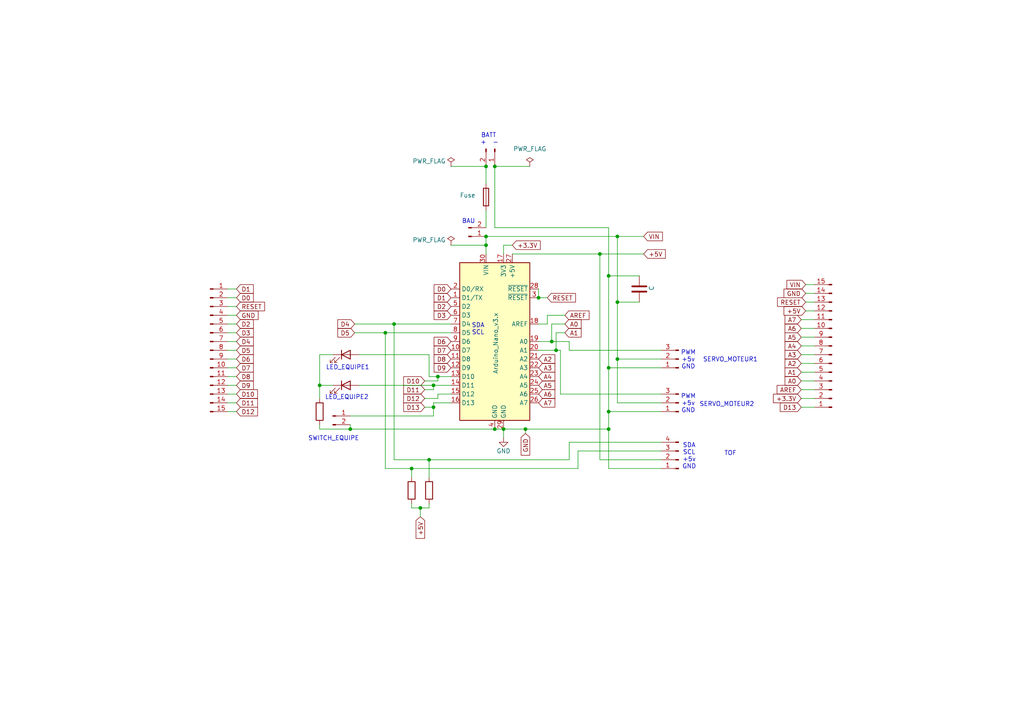
<source format=kicad_sch>
(kicad_sch (version 20231120) (generator "eeschema") (generator_version "8.0")
  (paper "A4")
  (lib_symbols
    (symbol "Connector:Conn_01x02_Pin" (pin_names (offset 1.016) hide)
      (property "Reference" "J" (at 0 2.54 0))
      (property "Value" "Conn_01x02_Pin" (at 0 -5.08 0))
      (symbol "Conn_01x02_Pin_1_1"
        (polyline (pts (xy 1.27 -2.54) (xy 0.8636 -2.54)) (stroke (width 0.1524)))
        (polyline (pts (xy 1.27 0) (xy 0.8636 0)) (stroke (width 0.1524)))
        (rectangle (start 0.8636 -2.413) (end 0 -2.667) (stroke (width 0.1524)) (fill (type outline)))
        (rectangle (start 0.8636 0.127) (end 0 -0.127) (stroke (width 0.1524)) (fill (type outline)))
        (pin passive line (at 5.08 0 180) (length 3.81) (name "Pin_1") (number "1"))
        (pin passive line (at 5.08 -2.54 180) (length 3.81) (name "Pin_2") (number "2"))
      )
    )
    (symbol "Connector:Conn_01x03_Pin" (pin_names (offset 1.016) hide)
      (property "Reference" "J" (at 0 5.08 0))
      (property "Value" "Conn_01x03_Pin" (at 0 -5.08 0))
      (symbol "Conn_01x03_Pin_1_1"
        (polyline (pts (xy 1.27 -2.54) (xy 0.8636 -2.54)) (stroke (width 0.1524)))
        (polyline (pts (xy 1.27 0) (xy 0.8636 0)) (stroke (width 0.1524)))
        (polyline (pts (xy 1.27 2.54) (xy 0.8636 2.54)) (stroke (width 0.1524)))
        (rectangle (start 0.8636 -2.413) (end 0 -2.667) (stroke (width 0.1524)) (fill (type outline)))
        (rectangle (start 0.8636 0.127) (end 0 -0.127) (stroke (width 0.1524)) (fill (type outline)))
        (rectangle (start 0.8636 2.667) (end 0 2.413) (stroke (width 0.1524)) (fill (type outline)))
        (pin passive line (at 5.08 2.54 180) (length 3.81) (name "Pin_1") (number "1"))
        (pin passive line (at 5.08 0 180) (length 3.81) (name "Pin_2") (number "2"))
        (pin passive line (at 5.08 -2.54 180) (length 3.81) (name "Pin_3") (number "3"))
      )
    )
    (symbol "Connector:Conn_01x04_Pin" (pin_names (offset 1.016) hide)
      (property "Reference" "J" (at 0 5.08 0))
      (property "Value" "Conn_01x04_Pin" (at 0 -7.62 0))
      (symbol "Conn_01x04_Pin_1_1"
        (polyline (pts (xy 1.27 -5.08) (xy 0.8636 -5.08)) (stroke (width 0.1524)))
        (polyline (pts (xy 1.27 -2.54) (xy 0.8636 -2.54)) (stroke (width 0.1524)))
        (polyline (pts (xy 1.27 0) (xy 0.8636 0)) (stroke (width 0.1524)))
        (polyline (pts (xy 1.27 2.54) (xy 0.8636 2.54)) (stroke (width 0.1524)))
        (rectangle (start 0.8636 -4.953) (end 0 -5.207) (stroke (width 0.1524)) (fill (type outline)))
        (rectangle (start 0.8636 -2.413) (end 0 -2.667) (stroke (width 0.1524)) (fill (type outline)))
        (rectangle (start 0.8636 0.127) (end 0 -0.127) (stroke (width 0.1524)) (fill (type outline)))
        (rectangle (start 0.8636 2.667) (end 0 2.413) (stroke (width 0.1524)) (fill (type outline)))
        (pin passive line (at 5.08 2.54 180) (length 3.81) (name "Pin_1") (number "1"))
        (pin passive line (at 5.08 0 180) (length 3.81) (name "Pin_2") (number "2"))
        (pin passive line (at 5.08 -2.54 180) (length 3.81) (name "Pin_3") (number "3"))
        (pin passive line (at 5.08 -5.08 180) (length 3.81) (name "Pin_4") (number "4"))
      )
    )
    (symbol "Connector:Conn_01x15_Pin" (pin_names (offset 1.016) hide)
      (property "Reference" "J" (at 0 20.32 0))
      (property "Value" "Conn_01x15_Pin" (at 0 -20.32 0))
      (symbol "Conn_01x15_Pin_1_1"
        (polyline (pts (xy 1.27 -17.78) (xy 0.8636 -17.78)) (stroke (width 0.1524)))
        (polyline (pts (xy 1.27 -15.24) (xy 0.8636 -15.24)) (stroke (width 0.1524)))
        (polyline (pts (xy 1.27 -12.7) (xy 0.8636 -12.7)) (stroke (width 0.1524)))
        (polyline (pts (xy 1.27 -10.16) (xy 0.8636 -10.16)) (stroke (width 0.1524)))
        (polyline (pts (xy 1.27 -7.62) (xy 0.8636 -7.62)) (stroke (width 0.1524)))
        (polyline (pts (xy 1.27 -5.08) (xy 0.8636 -5.08)) (stroke (width 0.1524)))
        (polyline (pts (xy 1.27 -2.54) (xy 0.8636 -2.54)) (stroke (width 0.1524)))
        (polyline (pts (xy 1.27 0) (xy 0.8636 0)) (stroke (width 0.1524)))
        (polyline (pts (xy 1.27 2.54) (xy 0.8636 2.54)) (stroke (width 0.1524)))
        (polyline (pts (xy 1.27 5.08) (xy 0.8636 5.08)) (stroke (width 0.1524)))
        (polyline (pts (xy 1.27 7.62) (xy 0.8636 7.62)) (stroke (width 0.1524)))
        (polyline (pts (xy 1.27 10.16) (xy 0.8636 10.16)) (stroke (width 0.1524)))
        (polyline (pts (xy 1.27 12.7) (xy 0.8636 12.7)) (stroke (width 0.1524)))
        (polyline (pts (xy 1.27 15.24) (xy 0.8636 15.24)) (stroke (width 0.1524)))
        (polyline (pts (xy 1.27 17.78) (xy 0.8636 17.78)) (stroke (width 0.1524)))
        (rectangle (start 0.8636 -17.653) (end 0 -17.907) (stroke (width 0.1524)) (fill (type outline)))
        (rectangle (start 0.8636 -15.113) (end 0 -15.367) (stroke (width 0.1524)) (fill (type outline)))
        (rectangle (start 0.8636 -12.573) (end 0 -12.827) (stroke (width 0.1524)) (fill (type outline)))
        (rectangle (start 0.8636 -10.033) (end 0 -10.287) (stroke (width 0.1524)) (fill (type outline)))
        (rectangle (start 0.8636 -7.493) (end 0 -7.747) (stroke (width 0.1524)) (fill (type outline)))
        (rectangle (start 0.8636 -4.953) (end 0 -5.207) (stroke (width 0.1524)) (fill (type outline)))
        (rectangle (start 0.8636 -2.413) (end 0 -2.667) (stroke (width 0.1524)) (fill (type outline)))
        (rectangle (start 0.8636 0.127) (end 0 -0.127) (stroke (width 0.1524)) (fill (type outline)))
        (rectangle (start 0.8636 2.667) (end 0 2.413) (stroke (width 0.1524)) (fill (type outline)))
        (rectangle (start 0.8636 5.207) (end 0 4.953) (stroke (width 0.1524)) (fill (type outline)))
        (rectangle (start 0.8636 7.747) (end 0 7.493) (stroke (width 0.1524)) (fill (type outline)))
        (rectangle (start 0.8636 10.287) (end 0 10.033) (stroke (width 0.1524)) (fill (type outline)))
        (rectangle (start 0.8636 12.827) (end 0 12.573) (stroke (width 0.1524)) (fill (type outline)))
        (rectangle (start 0.8636 15.367) (end 0 15.113) (stroke (width 0.1524)) (fill (type outline)))
        (rectangle (start 0.8636 17.907) (end 0 17.653) (stroke (width 0.1524)) (fill (type outline)))
        (pin passive line (at 5.08 17.78 180) (length 3.81) (name "Pin_1") (number "1"))
        (pin passive line (at 5.08 -5.08 180) (length 3.81) (name "Pin_10") (number "10"))
        (pin passive line (at 5.08 -7.62 180) (length 3.81) (name "Pin_11") (number "11"))
        (pin passive line (at 5.08 -10.16 180) (length 3.81) (name "Pin_12") (number "12"))
        (pin passive line (at 5.08 -12.7 180) (length 3.81) (name "Pin_13") (number "13"))
        (pin passive line (at 5.08 -15.24 180) (length 3.81) (name "Pin_14") (number "14"))
        (pin passive line (at 5.08 -17.78 180) (length 3.81) (name "Pin_15") (number "15"))
        (pin passive line (at 5.08 15.24 180) (length 3.81) (name "Pin_2") (number "2"))
        (pin passive line (at 5.08 12.7 180) (length 3.81) (name "Pin_3") (number "3"))
        (pin passive line (at 5.08 10.16 180) (length 3.81) (name "Pin_4") (number "4"))
        (pin passive line (at 5.08 7.62 180) (length 3.81) (name "Pin_5") (number "5"))
        (pin passive line (at 5.08 5.08 180) (length 3.81) (name "Pin_6") (number "6"))
        (pin passive line (at 5.08 2.54 180) (length 3.81) (name "Pin_7") (number "7"))
        (pin passive line (at 5.08 0 180) (length 3.81) (name "Pin_8") (number "8"))
        (pin passive line (at 5.08 -2.54 180) (length 3.81) (name "Pin_9") (number "9"))
      )
    )
    (symbol "Device:C" (pin_numbers hide) (pin_names (offset 0.254))
      (property "Reference" "C" (at 0.635 2.54 0))
      (property "Value" "C" (at 0.635 -2.54 0))
      (symbol "C_0_1"
        (polyline (pts (xy -2.032 -0.762) (xy 2.032 -0.762)) (stroke (width 0.508)))
        (polyline (pts (xy -2.032 0.762) (xy 2.032 0.762)) (stroke (width 0.508)))
      )
      (symbol "C_1_1"
        (pin passive line (at 0 3.81 270) (length 2.794) (name "~") (number "1"))
        (pin passive line (at 0 -3.81 90) (length 2.794) (name "~") (number "2"))
      )
    )
    (symbol "Device:Fuse" (pin_numbers hide) (pin_names (offset 0))
      (property "Reference" "F" (at 2.032 0 90))
      (property "Value" "Fuse" (at -1.905 0 90))
      (symbol "Fuse_0_1"
        (rectangle (start -0.762 -2.54) (end 0.762 2.54) (stroke (width 0.254)))
        (polyline (pts (xy 0 2.54) (xy 0 -2.54)))
      )
      (symbol "Fuse_1_1"
        (pin passive line (at 0 3.81 270) (length 1.27) (name "~") (number "1"))
        (pin passive line (at 0 -3.81 90) (length 1.27) (name "~") (number "2"))
      )
    )
    (symbol "Device:LED" (pin_numbers hide) (pin_names (offset 1.016) hide)
      (property "Reference" "D" (at 0 2.54 0))
      (property "Value" "LED" (at 0 -2.54 0))
      (symbol "LED_0_1"
        (polyline (pts (xy -1.27 -1.27) (xy -1.27 1.27)) (stroke (width 0.254)))
        (polyline (pts (xy -1.27 0) (xy 1.27 0)))
        (polyline (pts (xy 1.27 -1.27) (xy 1.27 1.27) (xy -1.27 0) (xy 1.27 -1.27)) (stroke (width 0.254)))
        (polyline (pts (xy -3.048 -0.762) (xy -4.572 -2.286) (xy -3.81 -2.286) (xy -4.572 -2.286) (xy -4.572 -1.524)))
        (polyline (pts (xy -1.778 -0.762) (xy -3.302 -2.286) (xy -2.54 -2.286) (xy -3.302 -2.286) (xy -3.302 -1.524)))
      )
      (symbol "LED_1_1"
        (pin passive line (at -3.81 0 0) (length 2.54) (name "K") (number "1"))
        (pin passive line (at 3.81 0 180) (length 2.54) (name "A") (number "2"))
      )
    )
    (symbol "Device:R" (pin_numbers hide) (pin_names (offset 0))
      (property "Reference" "R" (at 2.032 0 90))
      (property "Value" "R" (at 0 0 90))
      (symbol "R_0_1"
        (rectangle (start -1.016 -2.54) (end 1.016 2.54) (stroke (width 0.254)))
      )
      (symbol "R_1_1"
        (pin passive line (at 0 3.81 270) (length 1.27) (name "~") (number "1"))
        (pin passive line (at 0 -3.81 90) (length 1.27) (name "~") (number "2"))
      )
    )
    (symbol "MCU_Module:Arduino_Nano_v3.x"
      (property "Reference" "A" (at -10.16 23.495 0))
      (property "Value" "Arduino_Nano_v3.x" (at 5.08 -24.13 0))
      (symbol "Arduino_Nano_v3.x_0_1"
        (rectangle (start -10.16 22.86) (end 10.16 -22.86) (stroke (width 0.254)) (fill (type background)))
      )
      (symbol "Arduino_Nano_v3.x_1_1"
        (pin bidirectional line (at -12.7 12.7 0) (length 2.54) (name "D1/TX") (number "1"))
        (pin bidirectional line (at -12.7 -2.54 0) (length 2.54) (name "D7") (number "10"))
        (pin bidirectional line (at -12.7 -5.08 0) (length 2.54) (name "D8") (number "11"))
        (pin bidirectional line (at -12.7 -7.62 0) (length 2.54) (name "D9") (number "12"))
        (pin bidirectional line (at -12.7 -10.16 0) (length 2.54) (name "D10") (number "13"))
        (pin bidirectional line (at -12.7 -12.7 0) (length 2.54) (name "D11") (number "14"))
        (pin bidirectional line (at -12.7 -15.24 0) (length 2.54) (name "D12") (number "15"))
        (pin bidirectional line (at -12.7 -17.78 0) (length 2.54) (name "D13") (number "16"))
        (pin power_out line (at 2.54 25.4 270) (length 2.54) (name "3V3") (number "17"))
        (pin input line (at 12.7 5.08 180) (length 2.54) (name "AREF") (number "18"))
        (pin bidirectional line (at 12.7 0 180) (length 2.54) (name "A0") (number "19"))
        (pin bidirectional line (at -12.7 15.24 0) (length 2.54) (name "D0/RX") (number "2"))
        (pin bidirectional line (at 12.7 -2.54 180) (length 2.54) (name "A1") (number "20"))
        (pin bidirectional line (at 12.7 -5.08 180) (length 2.54) (name "A2") (number "21"))
        (pin bidirectional line (at 12.7 -7.62 180) (length 2.54) (name "A3") (number "22"))
        (pin bidirectional line (at 12.7 -10.16 180) (length 2.54) (name "A4") (number "23"))
        (pin bidirectional line (at 12.7 -12.7 180) (length 2.54) (name "A5") (number "24"))
        (pin bidirectional line (at 12.7 -15.24 180) (length 2.54) (name "A6") (number "25"))
        (pin bidirectional line (at 12.7 -17.78 180) (length 2.54) (name "A7") (number "26"))
        (pin power_out line (at 5.08 25.4 270) (length 2.54) (name "+5V") (number "27"))
        (pin input line (at 12.7 15.24 180) (length 2.54) (name "~{RESET}") (number "28"))
        (pin power_in line (at 2.54 -25.4 90) (length 2.54) (name "GND") (number "29"))
        (pin input line (at 12.7 12.7 180) (length 2.54) (name "~{RESET}") (number "3"))
        (pin power_in line (at -2.54 25.4 270) (length 2.54) (name "VIN") (number "30"))
        (pin power_in line (at 0 -25.4 90) (length 2.54) (name "GND") (number "4"))
        (pin bidirectional line (at -12.7 10.16 0) (length 2.54) (name "D2") (number "5"))
        (pin bidirectional line (at -12.7 7.62 0) (length 2.54) (name "D3") (number "6"))
        (pin bidirectional line (at -12.7 5.08 0) (length 2.54) (name "D4") (number "7"))
        (pin bidirectional line (at -12.7 2.54 0) (length 2.54) (name "D5") (number "8"))
        (pin bidirectional line (at -12.7 0 0) (length 2.54) (name "D6") (number "9"))
      )
    )
    (symbol "power:GND" (power) (pin_numbers hide) (pin_names (offset 0) hide)
      (property "Value" "GND" (at 0 -3.81 0))
      (symbol "GND_0_1"
        (polyline (pts (xy 0 0) (xy 0 -1.27) (xy 1.27 -1.27) (xy 0 -2.54) (xy -1.27 -1.27) (xy 0 -1.27)))
      )
      (symbol "GND_1_1"
        (pin power_in line (at 0 0 270) (length 0) (name "~") (number "1"))
      )
    )
    (symbol "power:PWR_FLAG" (power) (pin_numbers hide) (pin_names (offset 0) hide)
      (property "Value" "PWR_FLAG" (at 0 3.81 0))
      (symbol "PWR_FLAG_0_0"
        (pin power_out line (at 0 0 90) (length 0) (name "~") (number "1"))
      )
      (symbol "PWR_FLAG_0_1"
        (polyline (pts (xy 0 0) (xy 0 1.27) (xy -1.016 1.905) (xy 0 2.54) (xy 1.016 1.905) (xy 0 1.27)))
      )
    )
  )
  (junction (at 92.71 111.76))
  (junction (at 176.53 80.01))
  (junction (at 143.51 48.26))
  (junction (at 176.53 106.68))
  (junction (at 161.29 101.6))
  (junction (at 101.6 124.46))
  (junction (at 179.07 104.14))
  (junction (at 140.97 71.12))
  (junction (at 160.02 99.06))
  (junction (at 125.73 118.11))
  (junction (at 124.46 133.35))
  (junction (at 119.38 135.89))
  (junction (at 140.97 68.58))
  (junction (at 179.07 87.63))
  (junction (at 125.73 111.76))
  (junction (at 140.97 48.26))
  (junction (at 121.92 147.32))
  (junction (at 143.51 124.46))
  (junction (at 111.76 96.52))
  (junction (at 146.05 124.46))
  (junction (at 176.53 119.38))
  (junction (at 152.4 124.46))
  (junction (at 176.53 124.46))
  (junction (at 179.07 68.58))
  (junction (at 156.21 86.36))
  (junction (at 173.99 73.66))
  (junction (at 127 109.22))
  (junction (at 114.3 93.98))
  (wire (pts (xy 179.07 87.63) (xy 185.42 87.63)))
  (wire (pts (xy 123.19 118.11) (xy 125.73 118.11)))
  (wire (pts (xy 66.04 83.82) (xy 68.58 83.82)))
  (wire (pts (xy 176.53 106.68) (xy 176.53 119.38)))
  (wire (pts (xy 127 115.57) (xy 123.19 115.57)))
  (wire (pts (xy 125.73 116.84) (xy 130.81 116.84)))
  (wire (pts (xy 158.75 93.98) (xy 158.75 91.44)))
  (wire (pts (xy 179.07 68.58) (xy 186.69 68.58)))
  (wire (pts (xy 173.99 73.66) (xy 148.59 73.66)))
  (wire (pts (xy 176.53 135.89) (xy 191.77 135.89)))
  (wire (pts (xy 152.4 124.46) (xy 152.4 125.73)))
  (wire (pts (xy 104.14 111.76) (xy 125.73 111.76)))
  (wire (pts (xy 92.71 111.76) (xy 96.52 111.76)))
  (wire (pts (xy 232.41 113.03) (xy 236.22 113.03)))
  (wire (pts (xy 158.75 91.44) (xy 163.83 91.44)))
  (wire (pts (xy 125.73 111.76) (xy 130.81 111.76)))
  (wire (pts (xy 232.41 118.11) (xy 236.22 118.11)))
  (wire (pts (xy 143.51 48.26) (xy 153.67 48.26)))
  (wire (pts (xy 232.41 105.41) (xy 236.22 105.41)))
  (wire (pts (xy 165.1 101.6) (xy 165.1 99.06)))
  (wire (pts (xy 124.46 109.22) (xy 124.46 102.87)))
  (wire (pts (xy 123.19 113.03) (xy 125.73 113.03)))
  (wire (pts (xy 232.41 115.57) (xy 236.22 115.57)))
  (wire (pts (xy 140.97 71.12) (xy 140.97 73.66)))
  (wire (pts (xy 152.4 124.46) (xy 176.53 124.46)))
  (wire (pts (xy 233.68 82.55) (xy 236.22 82.55)))
  (wire (pts (xy 163.83 93.98) (xy 160.02 93.98)))
  (wire (pts (xy 162.56 101.6) (xy 161.29 101.6)))
  (wire (pts (xy 125.73 118.11) (xy 125.73 116.84)))
  (wire (pts (xy 101.6 124.46) (xy 143.51 124.46)))
  (wire (pts (xy 66.04 96.52) (xy 68.58 96.52)))
  (wire (pts (xy 121.92 147.32) (xy 121.92 149.86)))
  (wire (pts (xy 66.04 101.6) (xy 68.58 101.6)))
  (wire (pts (xy 114.3 133.35) (xy 124.46 133.35)))
  (wire (pts (xy 176.53 66.04) (xy 176.53 80.01)))
  (wire (pts (xy 124.46 146.05) (xy 124.46 147.32)))
  (wire (pts (xy 176.53 119.38) (xy 191.77 119.38)))
  (wire (pts (xy 167.64 135.89) (xy 167.64 130.81)))
  (wire (pts (xy 92.71 102.87) (xy 92.71 111.76)))
  (wire (pts (xy 179.07 104.14) (xy 179.07 116.84)))
  (wire (pts (xy 140.97 68.58) (xy 140.97 71.12)))
  (wire (pts (xy 179.07 68.58) (xy 179.07 87.63)))
  (wire (pts (xy 160.02 93.98) (xy 160.02 99.06)))
  (wire (pts (xy 119.38 135.89) (xy 167.64 135.89)))
  (wire (pts (xy 127 109.22) (xy 124.46 109.22)))
  (wire (pts (xy 66.04 93.98) (xy 68.58 93.98)))
  (wire (pts (xy 233.68 90.17) (xy 236.22 90.17)))
  (wire (pts (xy 165.1 101.6) (xy 191.77 101.6)))
  (wire (pts (xy 146.05 124.46) (xy 152.4 124.46)))
  (wire (pts (xy 232.41 102.87) (xy 236.22 102.87)))
  (wire (pts (xy 156.21 99.06) (xy 160.02 99.06)))
  (wire (pts (xy 143.51 124.46) (xy 146.05 124.46)))
  (wire (pts (xy 176.53 124.46) (xy 176.53 119.38)))
  (wire (pts (xy 232.41 97.79) (xy 236.22 97.79)))
  (wire (pts (xy 119.38 147.32) (xy 119.38 146.05)))
  (wire (pts (xy 232.41 95.25) (xy 236.22 95.25)))
  (wire (pts (xy 140.97 48.26) (xy 140.97 53.34)))
  (wire (pts (xy 161.29 96.52) (xy 161.29 101.6)))
  (wire (pts (xy 130.81 96.52) (xy 111.76 96.52)))
  (wire (pts (xy 124.46 133.35) (xy 124.46 138.43)))
  (wire (pts (xy 146.05 71.12) (xy 146.05 73.66)))
  (wire (pts (xy 162.56 114.3) (xy 191.77 114.3)))
  (wire (pts (xy 66.04 86.36) (xy 68.58 86.36)))
  (wire (pts (xy 130.81 71.12) (xy 140.97 71.12)))
  (wire (pts (xy 124.46 133.35) (xy 165.1 133.35)))
  (wire (pts (xy 156.21 86.36) (xy 158.75 86.36)))
  (wire (pts (xy 125.73 118.11) (xy 125.73 120.65)))
  (wire (pts (xy 173.99 73.66) (xy 186.69 73.66)))
  (wire (pts (xy 233.68 87.63) (xy 236.22 87.63)))
  (wire (pts (xy 127 110.49) (xy 127 109.22)))
  (wire (pts (xy 160.02 99.06) (xy 165.1 99.06)))
  (wire (pts (xy 104.14 102.87) (xy 124.46 102.87)))
  (wire (pts (xy 176.53 124.46) (xy 176.53 135.89)))
  (wire (pts (xy 173.99 73.66) (xy 173.99 133.35)))
  (wire (pts (xy 123.19 110.49) (xy 127 110.49)))
  (wire (pts (xy 125.73 120.65) (xy 101.6 120.65)))
  (wire (pts (xy 66.04 116.84) (xy 68.58 116.84)))
  (wire (pts (xy 66.04 109.22) (xy 68.58 109.22)))
  (wire (pts (xy 130.81 93.98) (xy 114.3 93.98)))
  (wire (pts (xy 125.73 113.03) (xy 125.73 111.76)))
  (wire (pts (xy 232.41 110.49) (xy 236.22 110.49)))
  (wire (pts (xy 176.53 106.68) (xy 191.77 106.68)))
  (wire (pts (xy 66.04 88.9) (xy 68.58 88.9)))
  (wire (pts (xy 176.53 66.04) (xy 143.51 66.04)))
  (wire (pts (xy 66.04 99.06) (xy 68.58 99.06)))
  (wire (pts (xy 173.99 133.35) (xy 191.77 133.35)))
  (wire (pts (xy 127 114.3) (xy 130.81 114.3)))
  (wire (pts (xy 179.07 116.84) (xy 191.77 116.84)))
  (wire (pts (xy 161.29 101.6) (xy 156.21 101.6)))
  (wire (pts (xy 140.97 60.96) (xy 140.97 66.04)))
  (wire (pts (xy 162.56 114.3) (xy 162.56 101.6)))
  (wire (pts (xy 102.87 93.98) (xy 114.3 93.98)))
  (wire (pts (xy 127 115.57) (xy 127 114.3)))
  (wire (pts (xy 66.04 114.3) (xy 68.58 114.3)))
  (wire (pts (xy 66.04 104.14) (xy 68.58 104.14)))
  (wire (pts (xy 101.6 123.19) (xy 101.6 124.46)))
  (wire (pts (xy 92.71 111.76) (xy 92.71 115.57)))
  (wire (pts (xy 233.68 85.09) (xy 236.22 85.09)))
  (wire (pts (xy 114.3 93.98) (xy 114.3 133.35)))
  (wire (pts (xy 92.71 102.87) (xy 96.52 102.87)))
  (wire (pts (xy 130.81 109.22) (xy 127 109.22)))
  (wire (pts (xy 176.53 80.01) (xy 176.53 106.68)))
  (wire (pts (xy 232.41 100.33) (xy 236.22 100.33)))
  (wire (pts (xy 167.64 130.81) (xy 191.77 130.81)))
  (wire (pts (xy 165.1 133.35) (xy 165.1 128.27)))
  (wire (pts (xy 66.04 119.38) (xy 68.58 119.38)))
  (wire (pts (xy 179.07 87.63) (xy 179.07 104.14)))
  (wire (pts (xy 119.38 147.32) (xy 121.92 147.32)))
  (wire (pts (xy 66.04 91.44) (xy 68.58 91.44)))
  (wire (pts (xy 140.97 68.58) (xy 179.07 68.58)))
  (wire (pts (xy 102.87 96.52) (xy 111.76 96.52)))
  (wire (pts (xy 66.04 111.76) (xy 68.58 111.76)))
  (wire (pts (xy 165.1 128.27) (xy 191.77 128.27)))
  (wire (pts (xy 156.21 83.82) (xy 156.21 86.36)))
  (wire (pts (xy 163.83 96.52) (xy 161.29 96.52)))
  (wire (pts (xy 232.41 107.95) (xy 236.22 107.95)))
  (wire (pts (xy 232.41 92.71) (xy 236.22 92.71)))
  (wire (pts (xy 121.92 147.32) (xy 124.46 147.32)))
  (wire (pts (xy 176.53 80.01) (xy 185.42 80.01)))
  (wire (pts (xy 111.76 96.52) (xy 111.76 135.89)))
  (wire (pts (xy 146.05 124.46) (xy 146.05 127)))
  (wire (pts (xy 92.71 124.46) (xy 101.6 124.46)))
  (wire (pts (xy 179.07 104.14) (xy 191.77 104.14)))
  (wire (pts (xy 143.51 48.26) (xy 143.51 66.04)))
  (wire (pts (xy 148.59 71.12) (xy 146.05 71.12)))
  (wire (pts (xy 66.04 106.68) (xy 68.58 106.68)))
  (wire (pts (xy 92.71 123.19) (xy 92.71 124.46)))
  (wire (pts (xy 156.21 93.98) (xy 158.75 93.98)))
  (wire (pts (xy 111.76 135.89) (xy 119.38 135.89)))
  (wire (pts (xy 130.81 48.26) (xy 140.97 48.26)))
  (wire (pts (xy 119.38 135.89) (xy 119.38 138.43)))
  (text "SDA\nSCL\n+5v\nGND" (at 199.898 132.334 0) (effects (font (size 1.27 1.27))))
  (text "SERVO_MOTEUR2" (at 210.82 117.348 0) (effects (font (size 1.27 1.27))))
  (text "LED_EQUIPE2\n" (at 100.584 115.316 0) (effects (font (size 1.27 1.27))))
  (text "BAU" (at 135.89 64.262 0) (effects (font (size 1.27 1.27))))
  (text "LED_EQUIPE1" (at 100.838 106.68 0) (effects (font (size 1.27 1.27))))
  (text "SERVO_MOTEUR1" (at 211.836 104.394 0) (effects (font (size 1.27 1.27))))
  (text "SDA\nSCL" (at 138.684 95.504 0) (effects (font (size 1.27 1.27))))
  (text "SWITCH_EQUIPE" (at 96.774 127.254 0) (effects (font (size 1.27 1.27))))
  (text "+  -" (at 141.986 41.402 0) (effects (font (size 1.27 1.27))))
  (text "PWM\n+5v\nGND" (at 199.644 117.094 0) (effects (font (size 1.27 1.27))))
  (text "BATT\n\n" (at 141.732 40.386 0) (effects (font (size 1.27 1.27))))
  (text "PWM\n+5v\nGND" (at 199.644 104.394 0) (effects (font (size 1.27 1.27))))
  (text "TOF" (at 211.836 131.572 0) (effects (font (size 1.27 1.27))))
  (global_label "+5V" (shape input) (at 233.68 90.17 180) (property "Intersheetrefs" "${INTERSHEET_REFS}" (effects (hide yes))))
  (global_label "A6" (shape input) (at 156.21 114.3 0) (property "Intersheetrefs" "${INTERSHEET_REFS}" (effects (hide yes))))
  (global_label "D10" (shape input) (at 68.58 114.3 0) (property "Intersheetrefs" "${INTERSHEET_REFS}" (effects (hide yes))))
  (global_label "A7" (shape input) (at 156.21 116.84 0) (property "Intersheetrefs" "${INTERSHEET_REFS}" (effects (hide yes))))
  (global_label "D8" (shape input) (at 68.58 109.22 0) (property "Intersheetrefs" "${INTERSHEET_REFS}" (effects (hide yes))))
  (global_label "+5V" (shape input) (at 121.92 149.86 270) (property "Intersheetrefs" "${INTERSHEET_REFS}" (effects (hide yes))))
  (global_label "RESET" (shape input) (at 68.58 88.9 0) (property "Intersheetrefs" "${INTERSHEET_REFS}" (effects (hide yes))))
  (global_label "D3" (shape input) (at 130.81 91.44 180) (property "Intersheetrefs" "${INTERSHEET_REFS}" (effects (hide yes))))
  (global_label "D13" (shape input) (at 232.41 118.11 180) (property "Intersheetrefs" "${INTERSHEET_REFS}" (effects (hide yes))))
  (global_label "D6" (shape input) (at 130.81 99.06 180) (property "Intersheetrefs" "${INTERSHEET_REFS}" (effects (hide yes))))
  (global_label "D7" (shape input) (at 68.58 106.68 0) (property "Intersheetrefs" "${INTERSHEET_REFS}" (effects (hide yes))))
  (global_label "D0" (shape input) (at 130.81 83.82 180) (property "Intersheetrefs" "${INTERSHEET_REFS}" (effects (hide yes))))
  (global_label "D12" (shape input) (at 68.58 119.38 0) (property "Intersheetrefs" "${INTERSHEET_REFS}" (effects (hide yes))))
  (global_label "D11" (shape input) (at 68.58 116.84 0) (property "Intersheetrefs" "${INTERSHEET_REFS}" (effects (hide yes))))
  (global_label "D4" (shape input) (at 102.87 93.98 180) (property "Intersheetrefs" "${INTERSHEET_REFS}" (effects (hide yes))))
  (global_label "D2" (shape input) (at 130.81 88.9 180) (property "Intersheetrefs" "${INTERSHEET_REFS}" (effects (hide yes))))
  (global_label "AREF" (shape input) (at 232.41 113.03 180) (property "Intersheetrefs" "${INTERSHEET_REFS}" (effects (hide yes))))
  (global_label "A1" (shape input) (at 163.83 96.52 0) (property "Intersheetrefs" "${INTERSHEET_REFS}" (effects (hide yes))))
  (global_label "A0" (shape input) (at 163.83 93.98 0) (property "Intersheetrefs" "${INTERSHEET_REFS}" (effects (hide yes))))
  (global_label "D10" (shape input) (at 123.19 110.49 180) (property "Intersheetrefs" "${INTERSHEET_REFS}" (effects (hide yes))))
  (global_label "D9" (shape input) (at 68.58 111.76 0) (property "Intersheetrefs" "${INTERSHEET_REFS}" (effects (hide yes))))
  (global_label "D11" (shape input) (at 123.19 113.03 180) (property "Intersheetrefs" "${INTERSHEET_REFS}" (effects (hide yes))))
  (global_label "A5" (shape input) (at 232.41 97.79 180) (property "Intersheetrefs" "${INTERSHEET_REFS}" (effects (hide yes))))
  (global_label "VIN" (shape input) (at 233.68 82.55 180) (property "Intersheetrefs" "${INTERSHEET_REFS}" (effects (hide yes))))
  (global_label "D1" (shape input) (at 68.58 83.82 0) (property "Intersheetrefs" "${INTERSHEET_REFS}" (effects (hide yes))))
  (global_label "A0" (shape input) (at 232.41 110.49 180) (property "Intersheetrefs" "${INTERSHEET_REFS}" (effects (hide yes))))
  (global_label "D7" (shape input) (at 130.81 101.6 180) (property "Intersheetrefs" "${INTERSHEET_REFS}" (effects (hide yes))))
  (global_label "A1" (shape input) (at 232.41 107.95 180) (property "Intersheetrefs" "${INTERSHEET_REFS}" (effects (hide yes))))
  (global_label "RESET" (shape input) (at 233.68 87.63 180) (property "Intersheetrefs" "${INTERSHEET_REFS}" (effects (hide yes))))
  (global_label "A2" (shape input) (at 156.21 104.14 0) (property "Intersheetrefs" "${INTERSHEET_REFS}" (effects (hide yes))))
  (global_label "VIN" (shape input) (at 186.69 68.58 0) (property "Intersheetrefs" "${INTERSHEET_REFS}" (effects (hide yes))))
  (global_label "A6" (shape input) (at 232.41 95.25 180) (property "Intersheetrefs" "${INTERSHEET_REFS}" (effects (hide yes))))
  (global_label "D5" (shape input) (at 102.87 96.52 180) (property "Intersheetrefs" "${INTERSHEET_REFS}" (effects (hide yes))))
  (global_label "A7" (shape input) (at 232.41 92.71 180) (property "Intersheetrefs" "${INTERSHEET_REFS}" (effects (hide yes))))
  (global_label "D5" (shape input) (at 68.58 101.6 0) (property "Intersheetrefs" "${INTERSHEET_REFS}" (effects (hide yes))))
  (global_label "GND" (shape input) (at 68.58 91.44 0) (property "Intersheetrefs" "${INTERSHEET_REFS}" (effects (hide yes))))
  (global_label "A4" (shape input) (at 156.21 109.22 0) (property "Intersheetrefs" "${INTERSHEET_REFS}" (effects (hide yes))))
  (global_label "D9" (shape input) (at 130.81 106.68 180) (property "Intersheetrefs" "${INTERSHEET_REFS}" (effects (hide yes))))
  (global_label "+3.3V" (shape input) (at 148.59 71.12 0) (property "Intersheetrefs" "${INTERSHEET_REFS}" (effects (hide yes))))
  (global_label "+5V" (shape input) (at 186.69 73.66 0) (property "Intersheetrefs" "${INTERSHEET_REFS}" (effects (hide yes))))
  (global_label "A3" (shape input) (at 156.21 106.68 0) (property "Intersheetrefs" "${INTERSHEET_REFS}" (effects (hide yes))))
  (global_label "A3" (shape input) (at 232.41 102.87 180) (property "Intersheetrefs" "${INTERSHEET_REFS}" (effects (hide yes))))
  (global_label "D6" (shape input) (at 68.58 104.14 0) (property "Intersheetrefs" "${INTERSHEET_REFS}" (effects (hide yes))))
  (global_label "D4" (shape input) (at 68.58 99.06 0) (property "Intersheetrefs" "${INTERSHEET_REFS}" (effects (hide yes))))
  (global_label "D0" (shape input) (at 68.58 86.36 0) (property "Intersheetrefs" "${INTERSHEET_REFS}" (effects (hide yes))))
  (global_label "A4" (shape input) (at 232.41 100.33 180) (property "Intersheetrefs" "${INTERSHEET_REFS}" (effects (hide yes))))
  (global_label "A5" (shape input) (at 156.21 111.76 0) (property "Intersheetrefs" "${INTERSHEET_REFS}" (effects (hide yes))))
  (global_label "AREF" (shape input) (at 163.83 91.44 0) (property "Intersheetrefs" "${INTERSHEET_REFS}" (effects (hide yes))))
  (global_label "D13" (shape input) (at 123.19 118.11 180) (property "Intersheetrefs" "${INTERSHEET_REFS}" (effects (hide yes))))
  (global_label "D8" (shape input) (at 130.81 104.14 180) (property "Intersheetrefs" "${INTERSHEET_REFS}" (effects (hide yes))))
  (global_label "D1" (shape input) (at 130.81 86.36 180) (property "Intersheetrefs" "${INTERSHEET_REFS}" (effects (hide yes))))
  (global_label "A2" (shape input) (at 232.41 105.41 180) (property "Intersheetrefs" "${INTERSHEET_REFS}" (effects (hide yes))))
  (global_label "D3" (shape input) (at 68.58 96.52 0) (property "Intersheetrefs" "${INTERSHEET_REFS}" (effects (hide yes))))
  (global_label "GND" (shape input) (at 152.4 125.73 270) (property "Intersheetrefs" "${INTERSHEET_REFS}" (effects (hide yes))))
  (global_label "RESET" (shape input) (at 158.75 86.36 0) (property "Intersheetrefs" "${INTERSHEET_REFS}" (effects (hide yes))))
  (global_label "D2" (shape input) (at 68.58 93.98 0) (property "Intersheetrefs" "${INTERSHEET_REFS}" (effects (hide yes))))
  (global_label "+3.3V" (shape input) (at 232.41 115.57 180) (property "Intersheetrefs" "${INTERSHEET_REFS}" (effects (hide yes))))
  (global_label "D12" (shape input) (at 123.19 115.57 180) (property "Intersheetrefs" "${INTERSHEET_REFS}" (effects (hide yes))))
  (global_label "GND" (shape input) (at 233.68 85.09 180) (property "Intersheetrefs" "${INTERSHEET_REFS}" (effects (hide yes))))
  (symbol (lib_id "power:PWR_FLAG") (at 130.81 71.12 0) (unit 1)
    (property "Reference" "#FLG03" (effects (hide yes)))
    (property "Value" "PWR_FLAG" (at 124.46 69.596 0))
    (property "Description" "Special symbol for telling ERC where power comes from" (effects (hide yes)))
  )
  (symbol (lib_id "Device:C") (at 185.42 83.82 180) (unit 1)
    (property "Reference" "C1" (effects (hide yes)))
    (property "Value" "C" (at 188.976 83.566 90))
    (property "Footprint" "Capacitor_SMD:C_Elec_6.3x7.7" (effects (hide yes)))
    (property "Description" "Unpolarized capacitor" (effects (hide yes)))
  )
  (symbol (lib_id "Connector:Conn_01x04_Pin") (at 196.85 133.35 180) (unit 1)
    (property "Reference" "J7" (effects (hide yes)))
    (property "Value" "Conn_01x04_Pin" (effects (hide yes)))
    (property "Footprint" "Connector_PinHeader_2.54mm:PinHeader_1x04_P2.54mm_Horizontal" (effects (hide yes)))
    (property "Description" "Generic connector, single row, 01x04, script generated" (effects (hide yes)))
  )
  (symbol (lib_id "power:PWR_FLAG") (at 130.81 48.26 0) (unit 1)
    (property "Reference" "#FLG01" (effects (hide yes)))
    (property "Value" "PWR_FLAG" (at 124.46 46.736 0))
    (property "Description" "Special symbol for telling ERC where power comes from" (effects (hide yes)))
  )
  (symbol (lib_id "Connector:Conn_01x15_Pin") (at 241.3 100.33 180) (unit 1)
    (property "Reference" "J9" (effects (hide yes)))
    (property "Value" "Conn_01x15_Pin" (effects (hide yes)))
    (property "Footprint" "Connector_PinHeader_2.54mm:PinHeader_1x15_P2.54mm_Vertical" (effects (hide yes)))
    (property "Description" "Generic connector, single row, 01x15, script generated" (effects (hide yes)))
  )
  (symbol (lib_id "Device:LED") (at 100.33 102.87 0) (unit 1)
    (property "Reference" "D1" (effects (hide yes)))
    (property "Value" "LED" (effects (hide yes)))
    (property "Footprint" "LED_THT:LED_D3.0mm" (effects (hide yes)))
    (property "Description" "Light emitting diode" (effects (hide yes)))
  )
  (symbol (lib_id "Connector:Conn_01x03_Pin") (at 196.85 104.14 180) (unit 1)
    (property "Reference" "J2" (effects (hide yes)))
    (property "Value" "Conn_01x03_Pin" (effects (hide yes)))
    (property "Footprint" "Connector_PinHeader_2.54mm:PinHeader_1x03_P2.54mm_Horizontal" (effects (hide yes)))
    (property "Description" "Generic connector, single row, 01x03, script generated" (effects (hide yes)))
  )
  (symbol (lib_id "Connector:Conn_01x02_Pin") (at 96.52 120.65 0) (unit 1)
    (property "Reference" "J6" (effects (hide yes)))
    (property "Value" "Conn_01x02_Pin" (effects (hide yes)))
    (property "Footprint" "Connector_PinHeader_2.54mm:PinHeader_1x02_P2.54mm_Horizontal" (effects (hide yes)))
    (property "Description" "Generic connector, single row, 01x02, script generated" (effects (hide yes)))
  )
  (symbol (lib_id "power:GND") (at 146.05 127 0) (unit 1)
    (property "Reference" "#PWR02" (effects (hide yes)))
    (property "Value" "GND" (at 146.05 130.81 0))
    (property "Description" "Power symbol creates a global label with name \"GND\" , ground" (effects (hide yes)))
  )
  (symbol (lib_id "Connector:Conn_01x15_Pin") (at 60.96 101.6 0) (unit 1)
    (property "Reference" "J10" (effects (hide yes)))
    (property "Value" "Conn_01x15_Pin" (effects (hide yes)))
    (property "Footprint" "Connector_PinHeader_2.54mm:PinHeader_1x15_P2.54mm_Vertical" (effects (hide yes)))
    (property "Description" "Generic connector, single row, 01x15, script generated" (effects (hide yes)))
  )
  (symbol (lib_id "Connector:Conn_01x02_Pin") (at 143.51 43.18 270) (unit 1)
    (property "Reference" "J5" (effects (hide yes)))
    (property "Value" "Conn_01x02_Pin" (effects (hide yes)))
    (property "Footprint" "Connector_JST:JST_EH_B2B-EH-A_1x02_P2.50mm_Vertical" (effects (hide yes)))
    (property "Description" "Generic connector, single row, 01x02, script generated" (effects (hide yes)))
  )
  (symbol (lib_id "Device:LED") (at 100.33 111.76 0) (unit 1)
    (property "Reference" "D2" (effects (hide yes)))
    (property "Value" "LED" (effects (hide yes)))
    (property "Footprint" "LED_THT:LED_D3.0mm" (effects (hide yes)))
    (property "Description" "Light emitting diode" (effects (hide yes)))
  )
  (symbol (lib_id "Device:R") (at 119.38 142.24 180) (unit 1)
    (property "Reference" "R2" (effects (hide yes)))
    (property "Value" "R" (effects (hide yes)))
    (property "Footprint" "Resistor_SMD:R_0805_2012Metric_Pad1.20x1.40mm_HandSolder" (effects (hide yes)))
    (property "Description" "Resistor" (effects (hide yes)))
  )
  (symbol (lib_id "Connector:Conn_01x03_Pin") (at 196.85 116.84 180) (unit 1)
    (property "Reference" "J3" (effects (hide yes)))
    (property "Value" "Conn_01x03_Pin" (effects (hide yes)))
    (property "Footprint" "Connector_PinHeader_2.54mm:PinHeader_1x03_P2.54mm_Horizontal" (effects (hide yes)))
    (property "Description" "Generic connector, single row, 01x03, script generated" (effects (hide yes)))
  )
  (symbol (lib_id "Connector:Conn_01x02_Pin") (at 135.89 68.58 0) (mirror x) (unit 1)
    (property "Reference" "J4" (effects (hide yes)))
    (property "Value" "Conn_01x02_Pin" (effects (hide yes)))
    (property "Footprint" "Connector_PinHeader_2.54mm:PinHeader_1x02_P2.54mm_Horizontal" (effects (hide yes)))
    (property "Description" "Generic connector, single row, 01x02, script generated" (effects (hide yes)))
  )
  (symbol (lib_id "power:PWR_FLAG") (at 153.67 48.26 0) (unit 1)
    (property "Reference" "#FLG02" (effects (hide yes)))
    (property "Value" "PWR_FLAG" (at 153.67 43.18 0))
    (property "Description" "Special symbol for telling ERC where power comes from" (effects (hide yes)))
  )
  (symbol (lib_id "MCU_Module:Arduino_Nano_v3.x") (at 143.51 99.06 0) (unit 1)
    (property "Reference" "A1" (effects (hide yes)))
    (property "Value" "Arduino_Nano_v3.x" (at 143.764 108.458 90) (effects (justify left)))
    (property "Footprint" "Module:Arduino_Nano" (effects (hide yes)))
    (property "Datasheet" "http://www.mouser.com/pdfdocs/Gravitech_Arduino_Nano3_0.pdf" (effects (hide yes)))
    (property "Description" "Arduino Nano v3.x" (effects (hide yes)))
  )
  (symbol (lib_id "Device:Fuse") (at 140.97 57.15 0) (unit 1)
    (property "Reference" "F1" (effects (hide yes)))
    (property "Value" "Fuse" (at 133.35 56.642 0) (effects (justify left)))
    (property "Footprint" "Resistor_THT:R_Axial_DIN0309_L9.0mm_D3.2mm_P12.70mm_Horizontal" (effects (hide yes)))
    (property "Description" "Fuse" (effects (hide yes)))
  )
  (symbol (lib_id "Device:R") (at 124.46 142.24 180) (unit 1)
    (property "Reference" "R3" (effects (hide yes)))
    (property "Value" "R" (effects (hide yes)))
    (property "Footprint" "Resistor_SMD:R_0805_2012Metric_Pad1.20x1.40mm_HandSolder" (effects (hide yes)))
    (property "Description" "Resistor" (effects (hide yes)))
  )
  (symbol (lib_id "Device:R") (at 92.71 119.38 180) (unit 1)
    (property "Reference" "R1" (effects (hide yes)))
    (property "Value" "R" (effects (hide yes)))
    (property "Footprint" "Resistor_SMD:R_0805_2012Metric_Pad1.20x1.40mm_HandSolder" (effects (hide yes)))
    (property "Description" "Resistor" (effects (hide yes)))
  )
)
</source>
